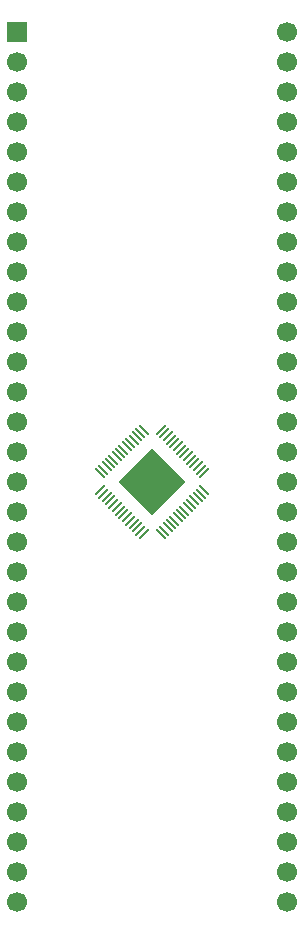
<source format=gts>
G04 #@! TF.GenerationSoftware,KiCad,Pcbnew,9.0.6*
G04 #@! TF.CreationDate,2026-01-07T22:53:03-06:00*
G04 #@! TF.ProjectId,QFN-56_7x7_P0.4,51464e2d-3536-45f3-9778-375f50302e34,rev?*
G04 #@! TF.SameCoordinates,Original*
G04 #@! TF.FileFunction,Soldermask,Top*
G04 #@! TF.FilePolarity,Negative*
%FSLAX46Y46*%
G04 Gerber Fmt 4.6, Leading zero omitted, Abs format (unit mm)*
G04 Created by KiCad (PCBNEW 9.0.6) date 2026-01-07 22:53:03*
%MOMM*%
%LPD*%
G01*
G04 APERTURE LIST*
G04 Aperture macros list*
%AMRoundRect*
0 Rectangle with rounded corners*
0 $1 Rounding radius*
0 $2 $3 $4 $5 $6 $7 $8 $9 X,Y pos of 4 corners*
0 Add a 4 corners polygon primitive as box body*
4,1,4,$2,$3,$4,$5,$6,$7,$8,$9,$2,$3,0*
0 Add four circle primitives for the rounded corners*
1,1,$1+$1,$2,$3*
1,1,$1+$1,$4,$5*
1,1,$1+$1,$6,$7*
1,1,$1+$1,$8,$9*
0 Add four rect primitives between the rounded corners*
20,1,$1+$1,$2,$3,$4,$5,0*
20,1,$1+$1,$4,$5,$6,$7,0*
20,1,$1+$1,$6,$7,$8,$9,0*
20,1,$1+$1,$8,$9,$2,$3,0*%
%AMRotRect*
0 Rectangle, with rotation*
0 The origin of the aperture is its center*
0 $1 length*
0 $2 width*
0 $3 Rotation angle, in degrees counterclockwise*
0 Add horizontal line*
21,1,$1,$2,0,0,$3*%
G04 Aperture macros list end*
%ADD10C,1.700000*%
%ADD11R,1.700000X1.700000*%
%ADD12RoundRect,0.050000X-0.424264X0.353553X0.353553X-0.424264X0.424264X-0.353553X-0.353553X0.424264X0*%
%ADD13RoundRect,0.050000X-0.424264X-0.353553X-0.353553X-0.424264X0.424264X0.353553X0.353553X0.424264X0*%
%ADD14RotRect,4.000000X4.000000X315.000000*%
G04 APERTURE END LIST*
D10*
X149860000Y-83820000D03*
X149860000Y-86360000D03*
X149860000Y-88900000D03*
X149860000Y-91440000D03*
X149860000Y-93980000D03*
X149860000Y-96520000D03*
X149860000Y-99060000D03*
X149860000Y-101600000D03*
X149860000Y-104140000D03*
X149860000Y-106680000D03*
X149860000Y-109220000D03*
X149860000Y-111760000D03*
X149860000Y-114300000D03*
X149860000Y-116840000D03*
X149860000Y-119380000D03*
X149860000Y-121920000D03*
X149860000Y-124460000D03*
X149860000Y-127000000D03*
X149860000Y-129540000D03*
X149860000Y-132080000D03*
X149860000Y-134620000D03*
X149860000Y-137160000D03*
X149860000Y-139700000D03*
X149860000Y-142240000D03*
X149860000Y-144780000D03*
X149860000Y-147320000D03*
X149860000Y-149860000D03*
X149860000Y-152400000D03*
X149860000Y-154940000D03*
X149860000Y-157480000D03*
D11*
X127000000Y-83820000D03*
D10*
X127000000Y-86360000D03*
X127000000Y-88900000D03*
X127000000Y-91440000D03*
X127000000Y-93980000D03*
X127000000Y-96520000D03*
X127000000Y-99060000D03*
X127000000Y-101600000D03*
X127000000Y-104140000D03*
X127000000Y-106680000D03*
X127000000Y-109220000D03*
X127000000Y-111760000D03*
X127000000Y-114300000D03*
X127000000Y-116840000D03*
X127000000Y-119380000D03*
X127000000Y-121920000D03*
X127000000Y-124460000D03*
X127000000Y-127000000D03*
X127000000Y-129540000D03*
X127000000Y-132080000D03*
X127000000Y-134620000D03*
X127000000Y-137160000D03*
X127000000Y-139700000D03*
X127000000Y-142240000D03*
X127000000Y-144780000D03*
X127000000Y-147320000D03*
X127000000Y-149860000D03*
X127000000Y-152400000D03*
X127000000Y-154940000D03*
X127000000Y-157480000D03*
D12*
X137687538Y-117500583D03*
X137404696Y-117783426D03*
X137121852Y-118066268D03*
X136839010Y-118349111D03*
X136556167Y-118631953D03*
X136273325Y-118914797D03*
X135990482Y-119197639D03*
X135707639Y-119480482D03*
X135424797Y-119763325D03*
X135141953Y-120046167D03*
X134859111Y-120329010D03*
X134576268Y-120611852D03*
X134293426Y-120894696D03*
X134010583Y-121177538D03*
D13*
X134010583Y-122662462D03*
X134293426Y-122945304D03*
X134576268Y-123228148D03*
X134859111Y-123510990D03*
X135141953Y-123793833D03*
X135424797Y-124076675D03*
X135707639Y-124359518D03*
X135990482Y-124642361D03*
X136273325Y-124925203D03*
X136556167Y-125208047D03*
X136839010Y-125490889D03*
X137121852Y-125773732D03*
X137404696Y-126056574D03*
X137687538Y-126339417D03*
D12*
X139172462Y-126339417D03*
X139455304Y-126056574D03*
X139738148Y-125773732D03*
X140020990Y-125490889D03*
X140303833Y-125208047D03*
X140586675Y-124925203D03*
X140869518Y-124642361D03*
X141152361Y-124359518D03*
X141435203Y-124076675D03*
X141718047Y-123793833D03*
X142000889Y-123510990D03*
X142283732Y-123228148D03*
X142566574Y-122945304D03*
X142849417Y-122662462D03*
D13*
X142849417Y-121177538D03*
X142566574Y-120894696D03*
X142283732Y-120611852D03*
X142000889Y-120329010D03*
X141718047Y-120046167D03*
X141435203Y-119763325D03*
X141152361Y-119480482D03*
X140869518Y-119197639D03*
X140586675Y-118914797D03*
X140303833Y-118631953D03*
X140020990Y-118349111D03*
X139738148Y-118066268D03*
X139455304Y-117783426D03*
X139172462Y-117500583D03*
D14*
X138430000Y-121920000D03*
M02*

</source>
